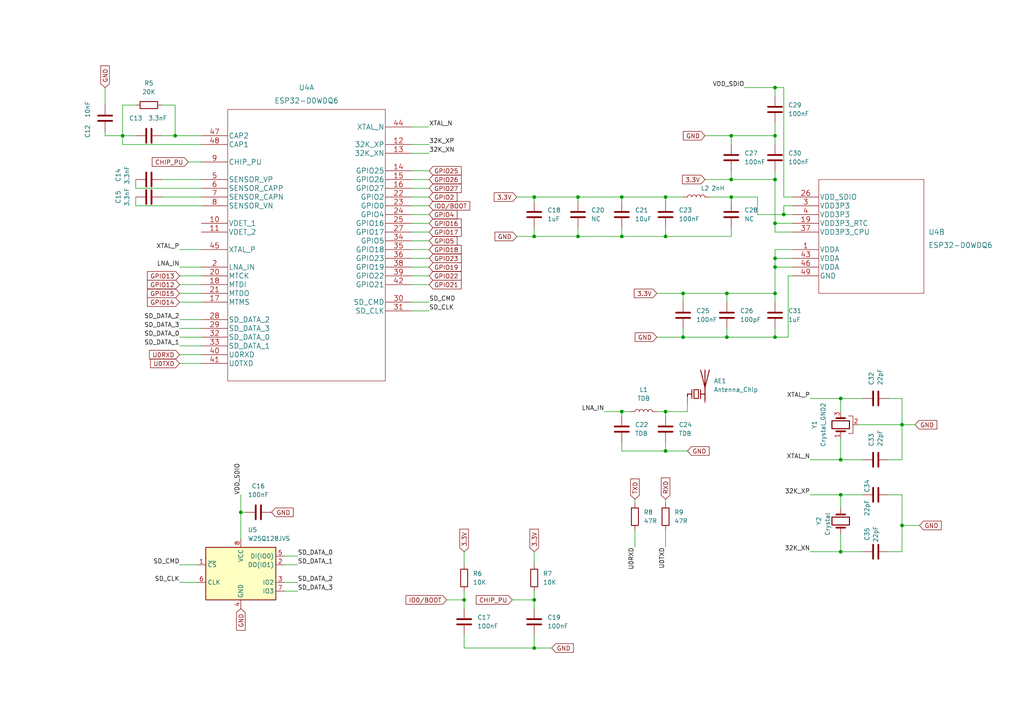
<source format=kicad_sch>
(kicad_sch (version 20211123) (generator eeschema)
  (paper "A4")
  (lib_symbols
    (symbol "Device:Antenna_Chip" (pin_numbers hide) (pin_names (offset 1.016) hide)
      (property "Reference" "AE" (at 0 5.08 0))
      (property "Value" "Antenna_Chip" (at 0 3.175 0))
      (symbol "Antenna_Chip_0_1"
        (polyline (pts (xy -2.54 0) (xy -2.54 -0.635)) (stroke (width 0.254)))
        (polyline (pts (xy -2.54 0) (xy -1.27 0)) (stroke (width 0.254)))
        (polyline (pts (xy 1.27 0) (xy 2.54 0)) (stroke (width 0.254)))
        (polyline (pts (xy 1.27 1.27) (xy 1.27 -1.27)) (stroke (width 0.254)))
        (polyline (pts (xy 2.54 -0.635) (xy 2.54 0)))
        (polyline (pts (xy 2.54 6.985) (xy 2.54 -1.905)) (stroke (width 0.254)))
        (polyline (pts (xy -1.27 1.27) (xy -1.27 -1.27) (xy -1.27 0)) (stroke (width 0.254)))
        (polyline (pts (xy 3.81 6.985) (xy 2.54 1.905) (xy 1.27 6.985)) (stroke (width 0.254)))
        (polyline (pts (xy -0.635 1.27) (xy 0.635 1.27) (xy 0.635 -1.27) (xy -0.635 -1.27) (xy -0.635 1.27)) (stroke (width 0.254)))
      )
      (symbol "Antenna_Chip_1_1"
        (pin input line (at -2.54 -2.54 90) (length 2.54) (name "FEED") (number "1"))
        (pin passive line (at 2.54 -2.54 90) (length 2.54) (name "PCB_Trace") (number "2"))
      )
    )
    (symbol "Device:C" (pin_numbers hide) (pin_names (offset 0.254))
      (property "Reference" "C" (at 0.635 2.54 0))
      (property "Value" "C" (at 0.635 -2.54 0))
      (symbol "C_0_1"
        (polyline (pts (xy -2.032 -0.762) (xy 2.032 -0.762)) (stroke (width 0.508)))
        (polyline (pts (xy -2.032 0.762) (xy 2.032 0.762)) (stroke (width 0.508)))
      )
      (symbol "C_1_1"
        (pin passive line (at 0 3.81 270) (length 2.794) (name "~") (number "1"))
        (pin passive line (at 0 -3.81 90) (length 2.794) (name "~") (number "2"))
      )
    )
    (symbol "Device:Crystal" (pin_numbers hide) (pin_names (offset 1.016) hide)
      (property "Reference" "Y" (at 0 3.81 0))
      (property "Value" "Crystal" (at 0 -3.81 0))
      (symbol "Crystal_0_1"
        (rectangle (start -1.143 2.54) (end 1.143 -2.54) (stroke (width 0.3048)))
        (polyline (pts (xy -2.54 0) (xy -1.905 0)))
        (polyline (pts (xy -1.905 -1.27) (xy -1.905 1.27)) (stroke (width 0.508)))
        (polyline (pts (xy 1.905 -1.27) (xy 1.905 1.27)) (stroke (width 0.508)))
        (polyline (pts (xy 2.54 0) (xy 1.905 0)))
      )
      (symbol "Crystal_1_1"
        (pin passive line (at -3.81 0 0) (length 1.27) (name "1") (number "1"))
        (pin passive line (at 3.81 0 180) (length 1.27) (name "2") (number "2"))
      )
    )
    (symbol "Device:Crystal_GND2" (pin_names (offset 1.016) hide)
      (property "Reference" "Y" (at 0 5.715 0))
      (property "Value" "Crystal_GND2" (at 0 3.81 0))
      (symbol "Crystal_GND2_0_1"
        (rectangle (start -1.143 2.54) (end 1.143 -2.54) (stroke (width 0.3048)))
        (polyline (pts (xy -2.54 0) (xy -1.905 0)))
        (polyline (pts (xy -1.905 -1.27) (xy -1.905 1.27)) (stroke (width 0.508)))
        (polyline (pts (xy 0 -3.81) (xy 0 -3.556)))
        (polyline (pts (xy 1.905 0) (xy 2.54 0)))
        (polyline (pts (xy 1.905 1.27) (xy 1.905 -1.27)) (stroke (width 0.508)))
        (polyline (pts (xy -2.54 -2.286) (xy -2.54 -3.556) (xy 2.54 -3.556) (xy 2.54 -2.286)))
      )
      (symbol "Crystal_GND2_1_1"
        (pin passive line (at -3.81 0 0) (length 1.27) (name "1") (number "1"))
        (pin passive line (at 0 -5.08 90) (length 1.27) (name "2") (number "2"))
        (pin passive line (at 3.81 0 180) (length 1.27) (name "3") (number "3"))
      )
    )
    (symbol "Device:L" (pin_numbers hide) (pin_names (offset 1.016) hide)
      (property "Reference" "L" (at -1.27 0 90))
      (property "Value" "L" (at 1.905 0 90))
      (symbol "L_0_1"
        (arc (start 0 -2.54) (mid 0.635 -1.905) (end 0 -1.27))
        (arc (start 0 -1.27) (mid 0.635 -0.635) (end 0 0))
        (arc (start 0 0) (mid 0.635 0.635) (end 0 1.27))
        (arc (start 0 1.27) (mid 0.635 1.905) (end 0 2.54))
      )
      (symbol "L_1_1"
        (pin passive line (at 0 3.81 270) (length 1.27) (name "1") (number "1"))
        (pin passive line (at 0 -3.81 90) (length 1.27) (name "2") (number "2"))
      )
    )
    (symbol "Device:R" (pin_numbers hide) (pin_names (offset 0))
      (property "Reference" "R" (at 2.032 0 90))
      (property "Value" "R" (at 0 0 90))
      (symbol "R_0_1"
        (rectangle (start -1.016 -2.54) (end 1.016 2.54) (stroke (width 0.254)))
      )
      (symbol "R_1_1"
        (pin passive line (at 0 3.81 270) (length 1.27) (name "~") (number "1"))
        (pin passive line (at 0 -3.81 90) (length 1.27) (name "~") (number "2"))
      )
    )
    (symbol "ESP32-D0WDQ6:ESP32-D0WDQ6" (pin_names (offset 0.254))
      (property "Reference" "U" (at 30.48 12.7 0))
      (property "Value" "ESP32-D0WDQ6" (at 30.48 10.16 0))
      (symbol "ESP32-D0WDQ6_1_1"
        (polyline (pts (xy 7.62 -71.12) (xy 53.34 -71.12)) (stroke (width 0.127)))
        (polyline (pts (xy 7.62 7.62) (xy 7.62 -71.12)) (stroke (width 0.127)))
        (polyline (pts (xy 53.34 -71.12) (xy 53.34 7.62)) (stroke (width 0.127)))
        (polyline (pts (xy 53.34 7.62) (xy 7.62 7.62)) (stroke (width 0.127)))
        (pin input line (at 0 -25.4 0) (length 7.62) (name "VDET_1") (number "10"))
        (pin input line (at 0 -27.94 0) (length 7.62) (name "VDET_2") (number "11"))
        (pin bidirectional line (at 60.96 -2.54 180) (length 7.62) (name "32K_XP") (number "12"))
        (pin bidirectional line (at 60.96 -5.08 180) (length 7.62) (name "32K_XN") (number "13"))
        (pin bidirectional line (at 60.96 -10.16 180) (length 7.62) (name "GPIO25") (number "14"))
        (pin bidirectional line (at 60.96 -12.7 180) (length 7.62) (name "GPIO26") (number "15"))
        (pin bidirectional line (at 60.96 -15.24 180) (length 7.62) (name "GPIO27") (number "16"))
        (pin unspecified line (at 0 -48.26 0) (length 7.62) (name "MTMS") (number "17"))
        (pin unspecified line (at 0 -43.18 0) (length 7.62) (name "MTDI") (number "18"))
        (pin bidirectional line (at 0 -38.1 0) (length 7.62) (name "LNA_IN") (number "2"))
        (pin bidirectional line (at 0 -40.64 0) (length 7.62) (name "MTCK") (number "20"))
        (pin bidirectional line (at 0 -45.72 0) (length 7.62) (name "MTDO") (number "21"))
        (pin bidirectional line (at 60.96 -17.78 180) (length 7.62) (name "GPIO2") (number "22"))
        (pin bidirectional line (at 60.96 -20.32 180) (length 7.62) (name "GPIO0") (number "23"))
        (pin bidirectional line (at 60.96 -22.86 180) (length 7.62) (name "GPIO4") (number "24"))
        (pin bidirectional line (at 60.96 -25.4 180) (length 7.62) (name "GPIO16") (number "25"))
        (pin bidirectional line (at 60.96 -27.94 180) (length 7.62) (name "GPIO17") (number "27"))
        (pin bidirectional line (at 0 -53.34 0) (length 7.62) (name "SD_DATA_2") (number "28"))
        (pin bidirectional line (at 0 -55.88 0) (length 7.62) (name "SD_DATA_3") (number "29"))
        (pin bidirectional line (at 60.96 -48.26 180) (length 7.62) (name "SD_CMD") (number "30"))
        (pin bidirectional line (at 60.96 -50.8 180) (length 7.62) (name "SD_CLK") (number "31"))
        (pin bidirectional line (at 0 -58.42 0) (length 7.62) (name "SD_DATA_0") (number "32"))
        (pin bidirectional line (at 0 -60.96 0) (length 7.62) (name "SD_DATA_1") (number "33"))
        (pin bidirectional line (at 60.96 -30.48 180) (length 7.62) (name "GPIO5") (number "34"))
        (pin bidirectional line (at 60.96 -33.02 180) (length 7.62) (name "GPIO18") (number "35"))
        (pin bidirectional line (at 60.96 -35.56 180) (length 7.62) (name "GPIO23") (number "36"))
        (pin bidirectional line (at 60.96 -38.1 180) (length 7.62) (name "GPIO19") (number "38"))
        (pin bidirectional line (at 60.96 -40.64 180) (length 7.62) (name "GPIO22") (number "39"))
        (pin bidirectional line (at 0 -63.5 0) (length 7.62) (name "U0RXD") (number "40"))
        (pin bidirectional line (at 0 -66.04 0) (length 7.62) (name "U0TXD") (number "41"))
        (pin bidirectional line (at 60.96 -43.18 180) (length 7.62) (name "GPIO21") (number "42"))
        (pin output line (at 60.96 2.54 180) (length 7.62) (name "XTAL_N") (number "44"))
        (pin input line (at 0 -33.02 0) (length 7.62) (name "XTAL_P") (number "45"))
        (pin input line (at 0 0 0) (length 7.62) (name "CAP2") (number "47"))
        (pin input line (at 0 -2.54 0) (length 7.62) (name "CAP1") (number "48"))
        (pin input line (at 0 -12.7 0) (length 7.62) (name "SENSOR_VP") (number "5"))
        (pin input line (at 0 -15.24 0) (length 7.62) (name "SENSOR_CAPP") (number "6"))
        (pin input line (at 0 -17.78 0) (length 7.62) (name "SENSOR_CAPN") (number "7"))
        (pin input line (at 0 -20.32 0) (length 7.62) (name "SENSOR_VN") (number "8"))
        (pin input line (at 0 -7.62 0) (length 7.62) (name "CHIP_PU") (number "9"))
      )
      (symbol "ESP32-D0WDQ6_2_1"
        (polyline (pts (xy 7.62 -27.94) (xy 38.1 -27.94)) (stroke (width 0.127)))
        (polyline (pts (xy 7.62 5.08) (xy 7.62 -27.94)) (stroke (width 0.127)))
        (polyline (pts (xy 38.1 -27.94) (xy 38.1 5.08)) (stroke (width 0.127)))
        (polyline (pts (xy 38.1 5.08) (xy 7.62 5.08)) (stroke (width 0.127)))
        (pin power_in line (at 0 -15.24 0) (length 7.62) (name "VDDA") (number "1"))
        (pin power_in line (at 0 -7.62 0) (length 7.62) (name "VDD3P3_RTC") (number "19"))
        (pin power_in line (at 0 0 0) (length 7.62) (name "VDD_SDIO") (number "26"))
        (pin power_in line (at 0 -2.54 0) (length 7.62) (name "VDD3P3") (number "3"))
        (pin power_in line (at 0 -10.16 0) (length 7.62) (name "VDD3P3_CPU") (number "37"))
        (pin power_in line (at 0 -5.08 0) (length 7.62) (name "VDD3P3") (number "4"))
        (pin power_in line (at 0 -17.78 0) (length 7.62) (name "VDDA") (number "43"))
        (pin power_in line (at 0 -20.32 0) (length 7.62) (name "VDDA") (number "46"))
        (pin power_in line (at 0 -22.86 0) (length 7.62) (name "GND") (number "49"))
      )
    )
    (symbol "Memory_Flash:W25Q128JVS"
      (property "Reference" "U" (at -8.89 8.89 0))
      (property "Value" "W25Q128JVS" (at 7.62 8.89 0))
      (symbol "W25Q128JVS_0_1"
        (rectangle (start -10.16 7.62) (end 10.16 -7.62) (stroke (width 0.254)) (fill (type background)))
      )
      (symbol "W25Q128JVS_1_1"
        (pin input line (at -12.7 2.54 0) (length 2.54) (name "~{CS}") (number "1"))
        (pin bidirectional line (at 12.7 2.54 180) (length 2.54) (name "DO(IO1)") (number "2"))
        (pin bidirectional line (at 12.7 -2.54 180) (length 2.54) (name "IO2") (number "3"))
        (pin power_in line (at 0 -10.16 90) (length 2.54) (name "GND") (number "4"))
        (pin bidirectional line (at 12.7 5.08 180) (length 2.54) (name "DI(IO0)") (number "5"))
        (pin input line (at -12.7 -2.54 0) (length 2.54) (name "CLK") (number "6"))
        (pin bidirectional line (at 12.7 -5.08 180) (length 2.54) (name "IO3") (number "7"))
        (pin power_in line (at 0 10.16 270) (length 2.54) (name "VCC") (number "8"))
      )
    )
  )
  (junction (at 180.34 57.15))
  (junction (at 224.79 64.77))
  (junction (at 224.79 52.07))
  (junction (at 212.09 57.15))
  (junction (at 212.09 39.37))
  (junction (at 261.62 152.4))
  (junction (at 69.85 148.59))
  (junction (at 154.94 173.99))
  (junction (at 193.04 68.58))
  (junction (at 193.04 119.38))
  (junction (at 224.79 77.47))
  (junction (at 50.8 39.37))
  (junction (at 243.84 143.51))
  (junction (at 198.12 85.09))
  (junction (at 154.94 68.58))
  (junction (at 227.33 62.23))
  (junction (at 210.82 85.09))
  (junction (at 224.79 97.79))
  (junction (at 193.04 57.15))
  (junction (at 35.56 39.37))
  (junction (at 180.34 68.58))
  (junction (at 154.94 187.96))
  (junction (at 167.64 68.58))
  (junction (at 224.79 74.93))
  (junction (at 198.12 97.79))
  (junction (at 243.84 115.57))
  (junction (at 134.62 173.99))
  (junction (at 224.79 85.09))
  (junction (at 243.84 133.35))
  (junction (at 210.82 97.79))
  (junction (at 180.34 119.38))
  (junction (at 224.79 39.37))
  (junction (at 224.79 25.4))
  (junction (at 154.94 57.15))
  (junction (at 212.09 52.07))
  (junction (at 243.84 160.02))
  (junction (at 193.04 130.81))
  (junction (at 261.62 123.19))
  (junction (at 167.64 57.15))
  (wire (pts (xy 154.94 184.15) (xy 154.94 187.96)))
  (wire (pts (xy 52.07 82.55) (xy 58.42 82.55)))
  (wire (pts (xy 124.46 74.93) (xy 119.38 74.93)))
  (wire (pts (xy 212.09 52.07) (xy 224.79 52.07)))
  (wire (pts (xy 224.79 77.47) (xy 229.87 77.47)))
  (wire (pts (xy 198.12 85.09) (xy 198.12 87.63)))
  (wire (pts (xy 180.34 66.04) (xy 180.34 68.58)))
  (wire (pts (xy 50.8 30.48) (xy 50.8 39.37)))
  (wire (pts (xy 46.99 57.15) (xy 58.42 57.15)))
  (wire (pts (xy 35.56 39.37) (xy 39.37 39.37)))
  (wire (pts (xy 198.12 95.25) (xy 198.12 97.79)))
  (wire (pts (xy 52.07 80.01) (xy 58.42 80.01)))
  (wire (pts (xy 229.87 74.93) (xy 224.79 74.93)))
  (wire (pts (xy 46.99 39.37) (xy 50.8 39.37)))
  (wire (pts (xy 257.81 115.57) (xy 261.62 115.57)))
  (wire (pts (xy 124.46 82.55) (xy 119.38 82.55)))
  (wire (pts (xy 86.36 171.45) (xy 82.55 171.45)))
  (wire (pts (xy 243.84 154.94) (xy 243.84 160.02)))
  (wire (pts (xy 193.04 119.38) (xy 193.04 120.65)))
  (wire (pts (xy 182.88 119.38) (xy 180.34 119.38)))
  (wire (pts (xy 193.04 153.67) (xy 193.04 158.75)))
  (wire (pts (xy 257.81 143.51) (xy 261.62 143.51)))
  (wire (pts (xy 193.04 68.58) (xy 212.09 68.58)))
  (wire (pts (xy 243.84 115.57) (xy 250.19 115.57)))
  (wire (pts (xy 198.12 57.15) (xy 193.04 57.15)))
  (wire (pts (xy 124.46 57.15) (xy 119.38 57.15)))
  (wire (pts (xy 224.79 27.94) (xy 224.79 25.4)))
  (wire (pts (xy 215.9 25.4) (xy 224.79 25.4)))
  (wire (pts (xy 243.84 160.02) (xy 250.19 160.02)))
  (wire (pts (xy 124.46 69.85) (xy 119.38 69.85)))
  (wire (pts (xy 30.48 38.1) (xy 30.48 39.37)))
  (wire (pts (xy 261.62 115.57) (xy 261.62 123.19)))
  (wire (pts (xy 52.07 97.79) (xy 58.42 97.79)))
  (wire (pts (xy 124.46 54.61) (xy 119.38 54.61)))
  (wire (pts (xy 193.04 57.15) (xy 180.34 57.15)))
  (wire (pts (xy 124.46 59.69) (xy 119.38 59.69)))
  (wire (pts (xy 167.64 57.15) (xy 167.64 58.42)))
  (wire (pts (xy 180.34 130.81) (xy 193.04 130.81)))
  (wire (pts (xy 124.46 72.39) (xy 119.38 72.39)))
  (wire (pts (xy 148.59 173.99) (xy 154.94 173.99)))
  (wire (pts (xy 229.87 67.31) (xy 224.79 67.31)))
  (wire (pts (xy 212.09 57.15) (xy 219.71 57.15)))
  (wire (pts (xy 210.82 97.79) (xy 198.12 97.79)))
  (wire (pts (xy 124.46 44.45) (xy 119.38 44.45)))
  (wire (pts (xy 261.62 152.4) (xy 261.62 160.02)))
  (wire (pts (xy 229.87 57.15) (xy 227.33 57.15)))
  (wire (pts (xy 224.79 49.53) (xy 224.79 52.07)))
  (wire (pts (xy 134.62 173.99) (xy 134.62 176.53)))
  (wire (pts (xy 224.79 77.47) (xy 224.79 85.09)))
  (wire (pts (xy 39.37 52.07) (xy 39.37 54.61)))
  (wire (pts (xy 210.82 85.09) (xy 224.79 85.09)))
  (wire (pts (xy 154.94 171.45) (xy 154.94 173.99)))
  (wire (pts (xy 204.47 52.07) (xy 212.09 52.07)))
  (wire (pts (xy 224.79 85.09) (xy 224.79 87.63)))
  (wire (pts (xy 52.07 95.25) (xy 58.42 95.25)))
  (wire (pts (xy 234.95 160.02) (xy 243.84 160.02)))
  (wire (pts (xy 50.8 39.37) (xy 58.42 39.37)))
  (wire (pts (xy 52.07 105.41) (xy 58.42 105.41)))
  (wire (pts (xy 228.6 80.01) (xy 228.6 97.79)))
  (wire (pts (xy 46.99 30.48) (xy 50.8 30.48)))
  (wire (pts (xy 224.79 35.56) (xy 224.79 39.37)))
  (wire (pts (xy 134.62 184.15) (xy 134.62 187.96)))
  (wire (pts (xy 154.94 68.58) (xy 167.64 68.58)))
  (wire (pts (xy 52.07 100.33) (xy 58.42 100.33)))
  (wire (pts (xy 46.99 52.07) (xy 58.42 52.07)))
  (wire (pts (xy 69.85 148.59) (xy 71.12 148.59)))
  (wire (pts (xy 167.64 68.58) (xy 180.34 68.58)))
  (wire (pts (xy 261.62 123.19) (xy 265.43 123.19)))
  (wire (pts (xy 243.84 119.38) (xy 243.84 115.57)))
  (wire (pts (xy 261.62 143.51) (xy 261.62 152.4)))
  (wire (pts (xy 52.07 92.71) (xy 58.42 92.71)))
  (wire (pts (xy 58.42 59.69) (xy 39.37 59.69)))
  (wire (pts (xy 86.36 163.83) (xy 82.55 163.83)))
  (wire (pts (xy 234.95 133.35) (xy 243.84 133.35)))
  (wire (pts (xy 69.85 143.51) (xy 69.85 148.59)))
  (wire (pts (xy 224.79 64.77) (xy 224.79 67.31)))
  (wire (pts (xy 227.33 25.4) (xy 224.79 25.4)))
  (wire (pts (xy 184.15 153.67) (xy 184.15 158.75)))
  (wire (pts (xy 124.46 64.77) (xy 119.38 64.77)))
  (wire (pts (xy 30.48 25.4) (xy 30.48 30.48)))
  (wire (pts (xy 124.46 90.17) (xy 119.38 90.17)))
  (wire (pts (xy 261.62 152.4) (xy 266.7 152.4)))
  (wire (pts (xy 224.79 72.39) (xy 224.79 74.93)))
  (wire (pts (xy 212.09 39.37) (xy 224.79 39.37)))
  (wire (pts (xy 39.37 59.69) (xy 39.37 57.15)))
  (wire (pts (xy 261.62 123.19) (xy 248.92 123.19)))
  (wire (pts (xy 58.42 41.91) (xy 35.56 41.91)))
  (wire (pts (xy 227.33 62.23) (xy 229.87 62.23)))
  (wire (pts (xy 193.04 66.04) (xy 193.04 68.58)))
  (wire (pts (xy 149.86 57.15) (xy 154.94 57.15)))
  (wire (pts (xy 224.79 97.79) (xy 210.82 97.79)))
  (wire (pts (xy 243.84 143.51) (xy 250.19 143.51)))
  (wire (pts (xy 124.46 77.47) (xy 119.38 77.47)))
  (wire (pts (xy 224.79 52.07) (xy 224.79 64.77)))
  (wire (pts (xy 52.07 102.87) (xy 58.42 102.87)))
  (wire (pts (xy 124.46 67.31) (xy 119.38 67.31)))
  (wire (pts (xy 257.81 133.35) (xy 261.62 133.35)))
  (wire (pts (xy 212.09 39.37) (xy 212.09 41.91)))
  (wire (pts (xy 154.94 187.96) (xy 134.62 187.96)))
  (wire (pts (xy 210.82 85.09) (xy 210.82 87.63)))
  (wire (pts (xy 52.07 163.83) (xy 57.15 163.83)))
  (wire (pts (xy 180.34 68.58) (xy 193.04 68.58)))
  (wire (pts (xy 52.07 85.09) (xy 58.42 85.09)))
  (wire (pts (xy 160.02 187.96) (xy 154.94 187.96)))
  (wire (pts (xy 234.95 143.51) (xy 243.84 143.51)))
  (wire (pts (xy 52.07 77.47) (xy 58.42 77.47)))
  (wire (pts (xy 69.85 156.21) (xy 69.85 148.59)))
  (wire (pts (xy 154.94 57.15) (xy 154.94 58.42)))
  (wire (pts (xy 52.07 87.63) (xy 58.42 87.63)))
  (wire (pts (xy 224.79 39.37) (xy 224.79 41.91)))
  (wire (pts (xy 210.82 85.09) (xy 198.12 85.09)))
  (wire (pts (xy 52.07 72.39) (xy 58.42 72.39)))
  (wire (pts (xy 54.61 46.99) (xy 58.42 46.99)))
  (wire (pts (xy 86.36 168.91) (xy 82.55 168.91)))
  (wire (pts (xy 124.46 87.63) (xy 119.38 87.63)))
  (wire (pts (xy 243.84 133.35) (xy 243.84 127)))
  (wire (pts (xy 184.15 144.78) (xy 184.15 146.05)))
  (wire (pts (xy 229.87 59.69) (xy 227.33 59.69)))
  (wire (pts (xy 212.09 68.58) (xy 212.09 66.04)))
  (wire (pts (xy 180.34 57.15) (xy 167.64 57.15)))
  (wire (pts (xy 35.56 39.37) (xy 30.48 39.37)))
  (wire (pts (xy 224.79 64.77) (xy 229.87 64.77)))
  (wire (pts (xy 149.86 68.58) (xy 154.94 68.58)))
  (wire (pts (xy 39.37 54.61) (xy 58.42 54.61)))
  (wire (pts (xy 180.34 128.27) (xy 180.34 130.81)))
  (wire (pts (xy 250.19 133.35) (xy 243.84 133.35)))
  (wire (pts (xy 261.62 133.35) (xy 261.62 123.19)))
  (wire (pts (xy 124.46 36.83) (xy 119.38 36.83)))
  (wire (pts (xy 212.09 58.42) (xy 212.09 57.15)))
  (wire (pts (xy 52.07 168.91) (xy 57.15 168.91)))
  (wire (pts (xy 129.54 173.99) (xy 134.62 173.99)))
  (wire (pts (xy 193.04 144.78) (xy 193.04 146.05)))
  (wire (pts (xy 228.6 97.79) (xy 224.79 97.79)))
  (wire (pts (xy 227.33 59.69) (xy 227.33 62.23)))
  (wire (pts (xy 35.56 30.48) (xy 35.56 39.37)))
  (wire (pts (xy 39.37 30.48) (xy 35.56 30.48)))
  (wire (pts (xy 124.46 62.23) (xy 119.38 62.23)))
  (wire (pts (xy 124.46 49.53) (xy 119.38 49.53)))
  (wire (pts (xy 199.39 116.84) (xy 199.39 119.38)))
  (wire (pts (xy 234.95 115.57) (xy 243.84 115.57)))
  (wire (pts (xy 193.04 128.27) (xy 193.04 130.81)))
  (wire (pts (xy 228.6 80.01) (xy 229.87 80.01)))
  (wire (pts (xy 180.34 119.38) (xy 180.34 120.65)))
  (wire (pts (xy 193.04 57.15) (xy 193.04 58.42)))
  (wire (pts (xy 212.09 49.53) (xy 212.09 52.07)))
  (wire (pts (xy 205.74 57.15) (xy 212.09 57.15)))
  (wire (pts (xy 190.5 119.38) (xy 193.04 119.38)))
  (wire (pts (xy 210.82 95.25) (xy 210.82 97.79)))
  (wire (pts (xy 124.46 80.01) (xy 119.38 80.01)))
  (wire (pts (xy 229.87 72.39) (xy 224.79 72.39)))
  (wire (pts (xy 243.84 143.51) (xy 243.84 147.32)))
  (wire (pts (xy 219.71 57.15) (xy 219.71 62.23)))
  (wire (pts (xy 35.56 41.91) (xy 35.56 39.37)))
  (wire (pts (xy 219.71 62.23) (xy 227.33 62.23)))
  (wire (pts (xy 193.04 130.81) (xy 199.39 130.81)))
  (wire (pts (xy 224.79 95.25) (xy 224.79 97.79)))
  (wire (pts (xy 180.34 57.15) (xy 180.34 58.42)))
  (wire (pts (xy 227.33 57.15) (xy 227.33 25.4)))
  (wire (pts (xy 193.04 119.38) (xy 199.39 119.38)))
  (wire (pts (xy 198.12 97.79) (xy 190.5 97.79)))
  (wire (pts (xy 124.46 52.07) (xy 119.38 52.07)))
  (wire (pts (xy 167.64 57.15) (xy 154.94 57.15)))
  (wire (pts (xy 124.46 41.91) (xy 119.38 41.91)))
  (wire (pts (xy 204.47 39.37) (xy 212.09 39.37)))
  (wire (pts (xy 154.94 66.04) (xy 154.94 68.58)))
  (wire (pts (xy 154.94 173.99) (xy 154.94 176.53)))
  (wire (pts (xy 257.81 160.02) (xy 261.62 160.02)))
  (wire (pts (xy 86.36 161.29) (xy 82.55 161.29)))
  (wire (pts (xy 134.62 171.45) (xy 134.62 173.99)))
  (wire (pts (xy 134.62 160.02) (xy 134.62 163.83)))
  (wire (pts (xy 154.94 160.02) (xy 154.94 163.83)))
  (wire (pts (xy 224.79 74.93) (xy 224.79 77.47)))
  (wire (pts (xy 175.26 119.38) (xy 180.34 119.38)))
  (wire (pts (xy 167.64 66.04) (xy 167.64 68.58)))
  (wire (pts (xy 190.5 85.09) (xy 198.12 85.09)))
  (label "SD_DATA_3" (at 86.36 171.45 0))
  (label "VDD_SDIO" (at 215.9 25.4 180))
  (label "SD_DATA_0" (at 86.36 161.29 0))
  (label "SD_DATA_2" (at 86.36 168.91 0))
  (label "LNA_IN" (at 175.26 119.38 180))
  (label "SD_CLK" (at 52.07 168.91 180))
  (label "SD_DATA_1" (at 52.07 100.33 180))
  (label "SD_CMD" (at 52.07 163.83 180))
  (label "SD_DATA_0" (at 52.07 97.79 180))
  (label "SD_DATA_2" (at 52.07 92.71 180))
  (label "XTAL_N" (at 234.95 133.35 180))
  (label "XTAL_P" (at 234.95 115.57 180))
  (label "U0RXD" (at 184.15 158.75 270))
  (label "32K_XP" (at 124.46 41.91 0))
  (label "XTAL_P" (at 52.07 72.39 180))
  (label "SD_DATA_1" (at 86.36 163.83 0))
  (label "32K_XN" (at 234.95 160.02 180))
  (label "SD_DATA_3" (at 52.07 95.25 180))
  (label "U0TXD" (at 193.04 158.75 270))
  (label "SD_CLK" (at 124.46 90.17 0))
  (label "SD_CMD" (at 124.46 87.63 0))
  (label "32K_XP" (at 234.95 143.51 180))
  (label "LNA_IN" (at 52.07 77.47 180))
  (label "XTAL_N" (at 124.46 36.83 0))
  (label "32K_XN" (at 124.46 44.45 0))
  (label "VDD_SDIO" (at 69.85 143.51 90))
  (global_label "GND" (shape input) (at 190.5 97.79 180) (property "Intersheet References" "${INTERSHEET_REFS}" (effects hide)))
  (global_label "GND" (shape input) (at 78.74 148.59 0) (property "Intersheet References" "${INTERSHEET_REFS}" (effects hide)))
  (global_label "RXD" (shape input) (at 193.04 144.78 90) (property "Intersheet References" "${INTERSHEET_REFS}" (effects hide)))
  (global_label "GND" (shape input) (at 199.39 130.81 0) (property "Intersheet References" "${INTERSHEET_REFS}" (effects hide)))
  (global_label "CHIP_PU" (shape input) (at 54.61 46.99 180) (property "Intersheet References" "${INTERSHEET_REFS}" (effects hide)))
  (global_label "GPIO21" (shape input) (at 124.46 82.55 0) (property "Intersheet References" "${INTERSHEET_REFS}" (effects hide)))
  (global_label "TXD" (shape input) (at 184.15 144.78 90) (property "Intersheet References" "${INTERSHEET_REFS}" (effects hide)))
  (global_label "GPIO4" (shape input) (at 124.46 62.23 0) (property "Intersheet References" "${INTERSHEET_REFS}" (effects hide)))
  (global_label "U0RXD" (shape input) (at 52.07 102.87 180) (property "Intersheet References" "${INTERSHEET_REFS}" (effects hide)))
  (global_label "GPIO16" (shape input) (at 124.46 64.77 0) (property "Intersheet References" "${INTERSHEET_REFS}" (effects hide)))
  (global_label "IO0{slash}BOOT" (shape input) (at 129.54 173.99 180) (property "Intersheet References" "${INTERSHEET_REFS}" (effects hide)))
  (global_label "GPIO22" (shape input) (at 124.46 80.01 0) (property "Intersheet References" "${INTERSHEET_REFS}" (effects hide)))
  (global_label "GPIO5" (shape input) (at 124.46 69.85 0) (property "Intersheet References" "${INTERSHEET_REFS}" (effects hide)))
  (global_label "3.3V" (shape input) (at 154.94 160.02 90) (property "Intersheet References" "${INTERSHEET_REFS}" (effects hide)))
  (global_label "GPIO12" (shape input) (at 52.07 82.55 180) (property "Intersheet References" "${INTERSHEET_REFS}" (effects hide)))
  (global_label "IO0{slash}BOOT" (shape input) (at 124.46 59.69 0) (property "Intersheet References" "${INTERSHEET_REFS}" (effects hide)))
  (global_label "3.3V" (shape input) (at 204.47 52.07 180) (property "Intersheet References" "${INTERSHEET_REFS}" (effects hide)))
  (global_label "3.3V" (shape input) (at 190.5 85.09 180) (property "Intersheet References" "${INTERSHEET_REFS}" (effects hide)))
  (global_label "GPIO2" (shape input) (at 124.46 57.15 0) (property "Intersheet References" "${INTERSHEET_REFS}" (effects hide)))
  (global_label "CHIP_PU" (shape input) (at 148.59 173.99 180) (property "Intersheet References" "${INTERSHEET_REFS}" (effects hide)))
  (global_label "GPIO18" (shape input) (at 124.46 72.39 0) (property "Intersheet References" "${INTERSHEET_REFS}" (effects hide)))
  (global_label "GPIO17" (shape input) (at 124.46 67.31 0) (property "Intersheet References" "${INTERSHEET_REFS}" (effects hide)))
  (global_label "GPIO23" (shape input) (at 124.46 74.93 0) (property "Intersheet References" "${INTERSHEET_REFS}" (effects hide)))
  (global_label "GPIO19" (shape input) (at 124.46 77.47 0) (property "Intersheet References" "${INTERSHEET_REFS}" (effects hide)))
  (global_label "GPIO27" (shape input) (at 124.46 54.61 0) (property "Intersheet References" "${INTERSHEET_REFS}" (effects hide)))
  (global_label "GND" (shape input) (at 266.7 152.4 0) (property "Intersheet References" "${INTERSHEET_REFS}" (effects hide)))
  (global_label "GPIO26" (shape input) (at 124.46 52.07 0) (property "Intersheet References" "${INTERSHEET_REFS}" (effects hide)))
  (global_label "GND" (shape input) (at 30.48 25.4 90) (property "Intersheet References" "${INTERSHEET_REFS}" (effects hide)))
  (global_label "GND" (shape input) (at 160.02 187.96 0) (property "Intersheet References" "${INTERSHEET_REFS}" (effects hide)))
  (global_label "GPIO15" (shape input) (at 52.07 85.09 180) (property "Intersheet References" "${INTERSHEET_REFS}" (effects hide)))
  (global_label "GPIO14" (shape input) (at 52.07 87.63 180) (property "Intersheet References" "${INTERSHEET_REFS}" (effects hide)))
  (global_label "GND" (shape input) (at 204.47 39.37 180) (property "Intersheet References" "${INTERSHEET_REFS}" (effects hide)))
  (global_label "GPIO25" (shape input) (at 124.46 49.53 0) (property "Intersheet References" "${INTERSHEET_REFS}" (effects hide)))
  (global_label "3.3V" (shape input) (at 134.62 160.02 90) (property "Intersheet References" "${INTERSHEET_REFS}" (effects hide)))
  (global_label "GND" (shape input) (at 149.86 68.58 180) (property "Intersheet References" "${INTERSHEET_REFS}" (effects hide)))
  (global_label "U0TXD" (shape input) (at 52.07 105.41 180) (property "Intersheet References" "${INTERSHEET_REFS}" (effects hide)))
  (global_label "3.3V" (shape input) (at 149.86 57.15 180) (property "Intersheet References" "${INTERSHEET_REFS}" (effects hide)))
  (global_label "GND" (shape input) (at 265.43 123.19 0) (property "Intersheet References" "${INTERSHEET_REFS}" (effects hide)))
  (global_label "GND" (shape input) (at 69.85 176.53 270) (property "Intersheet References" "${INTERSHEET_REFS}" (effects hide)))
  (global_label "GPIO13" (shape input) (at 52.07 80.01 180) (property "Intersheet References" "${INTERSHEET_REFS}" (effects hide)))
  (symbol (lib_id "Device:C") (at 43.18 52.07 270) (unit 1)
    (property "Reference" "C14" (at 34.29 50.8 0))
    (property "Value" "3.3nF" (at 36.83 50.8 0))
    (property "Footprint" "Capacitor_SMD:C_0603_1608Metric" (effects hide))
  )
  (symbol (lib_id "Device:C") (at 254 133.35 90) (unit 1)
    (property "Reference" "C33" (at 252.7299 129.54 0) (effects (justify left)))
    (property "Value" "22pF" (at 255.2699 129.54 0) (effects (justify left)))
    (property "Footprint" "Capacitor_SMD:C_0603_1608Metric" (effects hide))
  )
  (symbol (lib_id "Device:C") (at 212.09 45.72 0) (unit 1)
    (property "Reference" "C27" (at 215.9 44.4499 0) (effects (justify left)))
    (property "Value" "100nF" (at 215.9 46.9899 0) (effects (justify left)))
    (property "Footprint" "Capacitor_SMD:C_0603_1608Metric" (effects hide))
  )
  (symbol (lib_id "Device:R") (at 134.62 167.64 0) (unit 1)
    (property "Reference" "R6" (at 137.16 166.3699 0) (effects (justify left)))
    (property "Value" "10K" (at 137.16 168.9099 0) (effects (justify left)))
    (property "Footprint" "Resistor_SMD:R_0603_1608Metric" (effects hide))
  )
  (symbol (lib_id "Device:Crystal_GND2") (at 243.84 123.19 90) (unit 1)
    (property "Reference" "Y1" (at 236.22 123.19 0))
    (property "Value" "Crystal_GND2" (at 238.76 123.19 0))
    (property "Footprint" "Crystal:Crystal_SMD_Abracon_ABM8G-4Pin_3.2x2.5mm" (effects hide))
  )
  (symbol (lib_id "Device:C") (at 180.34 124.46 0) (unit 1)
    (property "Reference" "C22" (at 184.15 123.1899 0) (effects (justify left)))
    (property "Value" "TDB" (at 184.15 125.7299 0) (effects (justify left)))
    (property "Footprint" "Capacitor_SMD:C_0603_1608Metric" (effects hide))
  )
  (symbol (lib_id "Device:L") (at 186.69 119.38 90) (unit 1)
    (property "Reference" "L1" (at 186.69 113.03 90))
    (property "Value" "TDB" (at 186.69 115.57 90))
    (property "Footprint" "Inductor_SMD:L_0603_1608Metric" (effects hide))
  )
  (symbol (lib_id "Device:C") (at 254 115.57 90) (unit 1)
    (property "Reference" "C32" (at 252.7299 111.76 0) (effects (justify left)))
    (property "Value" "22pF" (at 255.2699 111.76 0) (effects (justify left)))
    (property "Footprint" "Capacitor_SMD:C_0603_1608Metric" (effects hide))
  )
  (symbol (lib_id "Device:R") (at 193.04 149.86 0) (unit 1)
    (property "Reference" "R9" (at 195.58 148.5899 0) (effects (justify left)))
    (property "Value" "47R" (at 195.58 151.1299 0) (effects (justify left)))
    (property "Footprint" "Resistor_SMD:R_0603_1608Metric" (effects hide))
  )
  (symbol (lib_id "Device:C") (at 134.62 180.34 0) (unit 1)
    (property "Reference" "C17" (at 138.43 179.0699 0) (effects (justify left)))
    (property "Value" "100nF" (at 138.43 181.6099 0) (effects (justify left)))
    (property "Footprint" "Capacitor_SMD:C_0603_1608Metric" (effects hide))
  )
  (symbol (lib_id "Device:L") (at 201.93 57.15 90) (unit 1)
    (property "Reference" "L2" (at 204.47 54.61 90))
    (property "Value" "2nH" (at 208.28 54.61 90))
    (property "Footprint" "Inductor_SMD:L_0603_1608Metric" (effects hide))
  )
  (symbol (lib_id "Device:C") (at 224.79 45.72 0) (unit 1)
    (property "Reference" "C30" (at 228.6 44.4499 0) (effects (justify left)))
    (property "Value" "100nF" (at 228.6 46.9899 0) (effects (justify left)))
    (property "Footprint" "Capacitor_SMD:C_0603_1608Metric" (effects hide))
  )
  (symbol (lib_id "Device:C") (at 254 143.51 90) (unit 1)
    (property "Reference" "C34" (at 251.46 140.97 0))
    (property "Value" "22pF" (at 251.46 147.32 0))
    (property "Footprint" "Capacitor_SMD:C_0603_1608Metric" (effects hide))
  )
  (symbol (lib_id "Device:C") (at 212.09 62.23 0) (unit 1)
    (property "Reference" "C28" (at 215.9 60.9599 0) (effects (justify left)))
    (property "Value" "NC" (at 215.9 63.4999 0) (effects (justify left)))
    (property "Footprint" "Capacitor_SMD:C_0603_1608Metric" (effects hide))
  )
  (symbol (lib_id "Device:R") (at 43.18 30.48 90) (unit 1)
    (property "Reference" "R5" (at 43.18 24.13 90))
    (property "Value" "20K" (at 43.18 26.67 90))
    (property "Footprint" "Resistor_SMD:R_0603_1608Metric" (effects hide))
  )
  (symbol (lib_id "Device:C") (at 193.04 62.23 0) (unit 1)
    (property "Reference" "C23" (at 196.85 60.9599 0) (effects (justify left)))
    (property "Value" "100nF" (at 196.85 63.4999 0) (effects (justify left)))
    (property "Footprint" "Capacitor_SMD:C_0603_1608Metric" (effects hide))
  )
  (symbol (lib_id "Device:C") (at 224.79 31.75 0) (unit 1)
    (property "Reference" "C29" (at 228.6 30.4799 0) (effects (justify left)))
    (property "Value" "100nF" (at 228.6 33.0199 0) (effects (justify left)))
    (property "Footprint" "Capacitor_SMD:C_0603_1608Metric" (effects hide))
  )
  (symbol (lib_id "Memory_Flash:W25Q128JVS") (at 69.85 166.37 0) (unit 1)
    (property "Reference" "U5" (at 71.8694 153.67 0) (effects (justify left)))
    (property "Value" "W25Q128JVS" (at 71.8694 156.21 0) (effects (justify left)))
    (property "Footprint" "Package_SO:SOIC-8_5.23x5.23mm_P1.27mm" (effects hide))
    (property "Datasheet" "http://www.winbond.com/resource-files/w25q128jv_dtr%20revc%2003272018%20plus.pdf" (effects hide))
  )
  (symbol (lib_id "Device:C") (at 74.93 148.59 90) (unit 1)
    (property "Reference" "C16" (at 74.93 140.97 90))
    (property "Value" "100nF" (at 74.93 143.51 90))
    (property "Footprint" "Capacitor_SMD:C_0603_1608Metric" (effects hide))
  )
  (symbol (lib_id "Device:Crystal") (at 243.84 151.13 90) (unit 1)
    (property "Reference" "Y2" (at 237.49 149.86 0) (effects (justify right)))
    (property "Value" "Crystal" (at 240.03 148.59 0) (effects (justify right)))
    (property "Footprint" "Crystal:Crystal_SMD_EuroQuartz_EQ161-2Pin_3.2x1.5mm" (effects hide))
  )
  (symbol (lib_id "Device:Antenna_Chip") (at 201.93 114.3 0) (unit 1)
    (property "Reference" "AE1" (at 207.01 110.4899 0) (effects (justify left)))
    (property "Value" "Antenna_Chip" (at 207.01 113.0299 0) (effects (justify left)))
    (property "Footprint" "RF_Antenna:Johanson_2450AT18x100" (effects hide))
  )
  (symbol (lib_id "Device:C") (at 254 160.02 90) (unit 1)
    (property "Reference" "C35" (at 251.46 154.94 0))
    (property "Value" "22pF" (at 254 154.94 0))
    (property "Footprint" "Capacitor_SMD:C_0603_1608Metric" (effects hide))
  )
  (symbol (lib_id "Device:C") (at 224.79 91.44 0) (unit 1)
    (property "Reference" "C31" (at 228.6 90.1699 0) (effects (justify left)))
    (property "Value" "1uF" (at 228.6 92.7099 0) (effects (justify left)))
    (property "Footprint" "Capacitor_SMD:C_0603_1608Metric" (effects hide))
  )
  (symbol (lib_id "Device:C") (at 180.34 62.23 0) (unit 1)
    (property "Reference" "C21" (at 184.15 60.9599 0) (effects (justify left)))
    (property "Value" "10uF" (at 184.15 63.4999 0) (effects (justify left)))
    (property "Footprint" "Capacitor_SMD:C_0603_1608Metric" (effects hide))
  )
  (symbol (lib_id "Device:R") (at 184.15 149.86 0) (unit 1)
    (property "Reference" "R8" (at 186.69 148.5899 0) (effects (justify left)))
    (property "Value" "47R" (at 186.69 151.1299 0) (effects (justify left)))
    (property "Footprint" "Resistor_SMD:R_0603_1608Metric" (effects hide))
  )
  (symbol (lib_id "Device:C") (at 210.82 91.44 0) (unit 1)
    (property "Reference" "C26" (at 214.63 90.1699 0) (effects (justify left)))
    (property "Value" "100pF" (at 214.63 92.7099 0) (effects (justify left)))
    (property "Footprint" "Capacitor_SMD:C_0603_1608Metric" (effects hide))
  )
  (symbol (lib_id "Device:C") (at 43.18 57.15 270) (unit 1)
    (property "Reference" "C15" (at 34.29 57.15 0))
    (property "Value" "3.3nF" (at 36.83 57.15 0))
    (property "Footprint" "Capacitor_SMD:C_0603_1608Metric" (effects hide))
  )
  (symbol (lib_id "Device:C") (at 43.18 39.37 90) (unit 1)
    (property "Reference" "C13" (at 39.37 34.29 90))
    (property "Value" "3.3nF" (at 45.72 34.29 90))
    (property "Footprint" "Capacitor_SMD:C_0603_1608Metric" (effects hide))
  )
  (symbol (lib_id "Device:C") (at 30.48 34.29 180) (unit 1)
    (property "Reference" "C12" (at 25.4 38.1 90))
    (property "Value" "10nF" (at 25.4 31.75 90))
    (property "Footprint" "Capacitor_SMD:C_0603_1608Metric" (effects hide))
  )
  (symbol (lib_id "ESP32-D0WDQ6:ESP32-D0WDQ6") (at 58.42 39.37 0) (unit 1)
    (property "Reference" "U4" (at 88.9 25.4 0) (effects (font (size 1.524 1.524))))
    (property "Value" "ESP32-D0WDQ6" (at 88.9 29.21 0) (effects (font (size 1.524 1.524))))
    (property "Footprint" "footprints:ESP32-D0WDQ6" (effects hide))
  )
  (symbol (lib_id "Device:C") (at 193.04 124.46 180) (unit 1)
    (property "Reference" "C24" (at 196.85 123.1899 0) (effects (justify right)))
    (property "Value" "TDB" (at 196.85 125.7299 0) (effects (justify right)))
    (property "Footprint" "Capacitor_SMD:C_0603_1608Metric" (effects hide))
  )
  (symbol (lib_id "Device:R") (at 154.94 167.64 0) (unit 1)
    (property "Reference" "R7" (at 157.48 166.3699 0) (effects (justify left)))
    (property "Value" "10K" (at 157.48 168.9099 0) (effects (justify left)))
    (property "Footprint" "Resistor_SMD:R_0603_1608Metric" (effects hide))
  )
  (symbol (lib_id "ESP32-D0WDQ6:ESP32-D0WDQ6") (at 229.87 57.15 0) (unit 2)
    (property "Reference" "U4" (at 269.24 67.31 0) (effects (font (size 1.524 1.524)) (justify left)))
    (property "Value" "ESP32-D0WDQ6" (at 269.24 71.12 0) (effects (font (size 1.524 1.524)) (justify left)))
    (property "Footprint" "footprints:ESP32-D0WDQ6" (effects hide))
  )
  (symbol (lib_id "Device:C") (at 154.94 180.34 0) (unit 1)
    (property "Reference" "C19" (at 158.75 179.0699 0) (effects (justify left)))
    (property "Value" "100nF" (at 158.75 181.6099 0) (effects (justify left)))
    (property "Footprint" "Capacitor_SMD:C_0603_1608Metric" (effects hide))
  )
  (symbol (lib_id "Device:C") (at 198.12 91.44 0) (unit 1)
    (property "Reference" "C25" (at 201.93 90.1699 0) (effects (justify left)))
    (property "Value" "100nF" (at 201.93 92.7099 0) (effects (justify left)))
    (property "Footprint" "Capacitor_SMD:C_0603_1608Metric" (effects hide))
  )
  (symbol (lib_id "Device:C") (at 154.94 62.23 0) (unit 1)
    (property "Reference" "C18" (at 158.75 60.9599 0) (effects (justify left)))
    (property "Value" "1uF" (at 158.75 63.4999 0) (effects (justify left)))
    (property "Footprint" "Capacitor_SMD:C_0603_1608Metric" (effects hide))
  )
  (symbol (lib_id "Device:C") (at 167.64 62.23 0) (unit 1)
    (property "Reference" "C20" (at 171.45 60.9599 0) (effects (justify left)))
    (property "Value" "NC" (at 171.45 63.4999 0) (effects (justify left)))
    (property "Footprint" "Capacitor_SMD:C_0603_1608Metric" (effects hide))
  )
)
</source>
